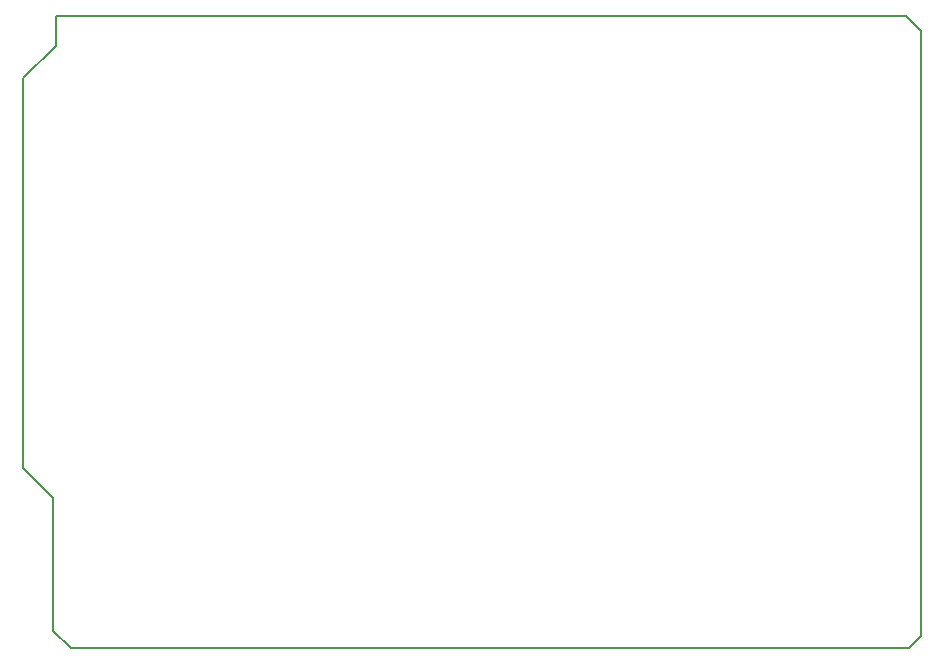
<source format=gbr>
G04 #@! TF.GenerationSoftware,KiCad,Pcbnew,(5.0.0)*
G04 #@! TF.CreationDate,2020-02-21T08:35:06-08:00*
G04 #@! TF.ProjectId,spirometer_v1_2psensors,737069726F6D657465725F76315F3270,rev?*
G04 #@! TF.SameCoordinates,Original*
G04 #@! TF.FileFunction,Profile,NP*
%FSLAX46Y46*%
G04 Gerber Fmt 4.6, Leading zero omitted, Abs format (unit mm)*
G04 Created by KiCad (PCBNEW (5.0.0)) date 02/21/20 08:35:06*
%MOMM*%
%LPD*%
G01*
G04 APERTURE LIST*
%ADD10C,0.150000*%
G04 APERTURE END LIST*
D10*
X110501100Y-83503600D02*
X110501100Y-116503600D01*
X110501100Y-116503600D02*
X113001100Y-119003600D01*
X113001100Y-119003600D02*
X113001100Y-130253600D01*
X113001100Y-130253600D02*
X114501100Y-131753600D01*
X114501100Y-131753600D02*
X185501100Y-131753600D01*
X185501100Y-131753600D02*
X186501100Y-130753600D01*
X186501100Y-130753600D02*
X186501100Y-79503600D01*
X186501100Y-79503600D02*
X185251100Y-78253600D01*
X185251100Y-78253600D02*
X113251100Y-78253600D01*
X113251100Y-78253600D02*
X113251100Y-80753600D01*
X113251100Y-80753600D02*
X110501100Y-83503600D01*
M02*

</source>
